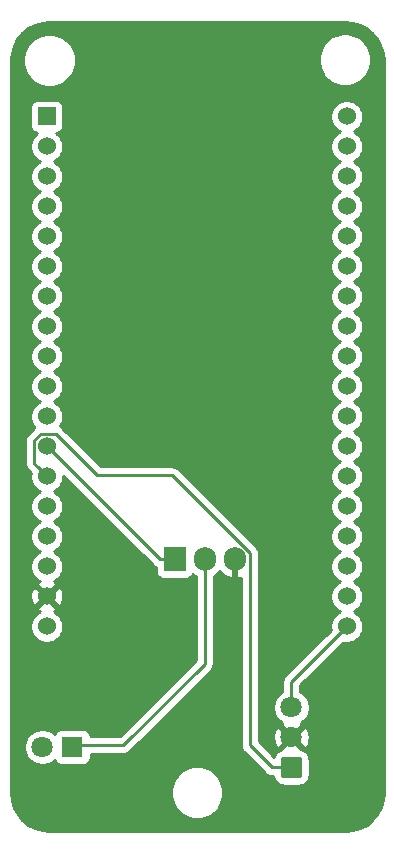
<source format=gbr>
G04 #@! TF.GenerationSoftware,KiCad,Pcbnew,5.1.3-ffb9f22~84~ubuntu18.04.1*
G04 #@! TF.CreationDate,2019-08-09T22:51:00+03:00*
G04 #@! TF.ProjectId,Edifier_Remote,45646966-6965-4725-9f52-656d6f74652e,rev?*
G04 #@! TF.SameCoordinates,Original*
G04 #@! TF.FileFunction,Copper,L1,Top*
G04 #@! TF.FilePolarity,Positive*
%FSLAX46Y46*%
G04 Gerber Fmt 4.6, Leading zero omitted, Abs format (unit mm)*
G04 Created by KiCad (PCBNEW 5.1.3-ffb9f22~84~ubuntu18.04.1) date 2019-08-09 22:51:00*
%MOMM*%
%LPD*%
G04 APERTURE LIST*
%ADD10C,1.800000*%
%ADD11C,0.100000*%
%ADD12R,1.524000X1.524000*%
%ADD13C,1.524000*%
%ADD14O,1.905000X2.000000*%
%ADD15R,1.905000X2.000000*%
%ADD16R,1.800000X1.800000*%
%ADD17C,0.250000*%
%ADD18C,0.254000*%
G04 APERTURE END LIST*
D10*
X125465840Y-125049280D03*
X125465840Y-127589280D03*
D11*
G36*
X126141787Y-129230476D02*
G01*
X126165900Y-129234053D01*
X126189547Y-129239976D01*
X126212499Y-129248188D01*
X126234535Y-129258611D01*
X126255444Y-129271143D01*
X126275023Y-129285664D01*
X126293085Y-129302035D01*
X126309456Y-129320097D01*
X126323977Y-129339676D01*
X126336509Y-129360585D01*
X126346932Y-129382621D01*
X126355144Y-129405573D01*
X126361067Y-129429220D01*
X126364644Y-129453333D01*
X126365840Y-129477680D01*
X126365840Y-130780880D01*
X126364644Y-130805227D01*
X126361067Y-130829340D01*
X126355144Y-130852987D01*
X126346932Y-130875939D01*
X126336509Y-130897975D01*
X126323977Y-130918884D01*
X126309456Y-130938463D01*
X126293085Y-130956525D01*
X126275023Y-130972896D01*
X126255444Y-130987417D01*
X126234535Y-130999949D01*
X126212499Y-131010372D01*
X126189547Y-131018584D01*
X126165900Y-131024507D01*
X126141787Y-131028084D01*
X126117440Y-131029280D01*
X124814240Y-131029280D01*
X124789893Y-131028084D01*
X124765780Y-131024507D01*
X124742133Y-131018584D01*
X124719181Y-131010372D01*
X124697145Y-130999949D01*
X124676236Y-130987417D01*
X124656657Y-130972896D01*
X124638595Y-130956525D01*
X124622224Y-130938463D01*
X124607703Y-130918884D01*
X124595171Y-130897975D01*
X124584748Y-130875939D01*
X124576536Y-130852987D01*
X124570613Y-130829340D01*
X124567036Y-130805227D01*
X124565840Y-130780880D01*
X124565840Y-129477680D01*
X124567036Y-129453333D01*
X124570613Y-129429220D01*
X124576536Y-129405573D01*
X124584748Y-129382621D01*
X124595171Y-129360585D01*
X124607703Y-129339676D01*
X124622224Y-129320097D01*
X124638595Y-129302035D01*
X124656657Y-129285664D01*
X124676236Y-129271143D01*
X124697145Y-129258611D01*
X124719181Y-129248188D01*
X124742133Y-129239976D01*
X124765780Y-129234053D01*
X124789893Y-129230476D01*
X124814240Y-129229280D01*
X126117440Y-129229280D01*
X126141787Y-129230476D01*
X126141787Y-129230476D01*
G37*
D10*
X125465840Y-130129280D03*
D12*
X104747000Y-75017000D03*
D13*
X104747000Y-77557000D03*
X104747000Y-80097000D03*
X104747000Y-82637000D03*
X104747000Y-85177000D03*
X104747000Y-87717000D03*
X104747000Y-90257000D03*
X104747000Y-92797000D03*
X104747000Y-95337000D03*
X104747000Y-97877000D03*
X104747000Y-100417000D03*
X104747000Y-102957000D03*
X104747000Y-105497000D03*
X104747000Y-108037000D03*
X104747000Y-110577000D03*
X104747000Y-113117000D03*
X104747000Y-115657000D03*
X104747000Y-118197000D03*
X130147000Y-75017000D03*
X130147000Y-77557000D03*
X130147000Y-80097000D03*
X130147000Y-82637000D03*
X130147000Y-85177000D03*
X130147000Y-87717000D03*
X130147000Y-90257000D03*
X130147000Y-92797000D03*
X130147000Y-95337000D03*
X130147000Y-97877000D03*
X130147000Y-100417000D03*
X130147000Y-102957000D03*
X130147000Y-105497000D03*
X130147000Y-108037000D03*
X130147000Y-110577000D03*
X130147000Y-113117000D03*
X130147000Y-115657000D03*
X130147000Y-118197000D03*
D14*
X120650000Y-112522000D03*
X118110000Y-112522000D03*
D15*
X115570000Y-112522000D03*
D10*
X104383840Y-128407160D03*
D16*
X106923840Y-128407160D03*
D17*
X118033800Y-112499900D02*
X118033800Y-112547400D01*
X118110000Y-112474500D02*
X118110000Y-112522000D01*
X106985959Y-128345040D02*
X106994643Y-128357398D01*
X107086400Y-128244600D02*
X106985959Y-128345040D01*
X111233600Y-128244600D02*
X107086400Y-128244600D01*
X118110000Y-121368200D02*
X111233600Y-128244600D01*
X118110000Y-112522000D02*
X118110000Y-121368200D01*
X130147000Y-118353900D02*
X130147000Y-118197000D01*
X125465840Y-122878160D02*
X125465840Y-125049280D01*
X130147000Y-118197000D02*
X125465840Y-122878160D01*
X120573800Y-112547400D02*
X120573800Y-112594900D01*
X103985001Y-104735001D02*
X104747000Y-105497000D01*
X103659999Y-104409999D02*
X103985001Y-104735001D01*
X103659999Y-102435239D02*
X103659999Y-104409999D01*
X105502199Y-101869999D02*
X104225239Y-101869999D01*
X121927510Y-128252110D02*
X121927510Y-111945339D01*
X104225239Y-101869999D02*
X103659999Y-102435239D01*
X123804680Y-130129280D02*
X121927510Y-128252110D01*
X121927510Y-111945339D02*
X115392171Y-105410000D01*
X115392171Y-105410000D02*
X109042200Y-105410000D01*
X125465840Y-130129280D02*
X123804680Y-130129280D01*
X109042200Y-105410000D02*
X105502199Y-101869999D01*
X114312000Y-112522000D02*
X104747000Y-102957000D01*
X115570000Y-112522000D02*
X114312000Y-112522000D01*
D18*
G36*
X130630688Y-67069238D02*
G01*
X131240054Y-67253217D01*
X131802075Y-67552049D01*
X132295347Y-67954353D01*
X132701084Y-68444805D01*
X133003834Y-69004728D01*
X133192060Y-69612788D01*
X133262201Y-70280132D01*
X133262200Y-132232645D01*
X133196561Y-132902088D01*
X133012582Y-133511453D01*
X132713751Y-134073474D01*
X132311447Y-134566747D01*
X131820992Y-134972486D01*
X131261076Y-135275233D01*
X130653011Y-135463460D01*
X129985678Y-135533600D01*
X105013155Y-135533600D01*
X104343712Y-135467961D01*
X103734347Y-135283982D01*
X103172326Y-134985151D01*
X102679053Y-134582847D01*
X102273314Y-134092392D01*
X101970567Y-133532476D01*
X101782340Y-132924411D01*
X101712200Y-132257078D01*
X101712200Y-132063072D01*
X115240000Y-132063072D01*
X115240000Y-132503328D01*
X115325890Y-132935125D01*
X115494369Y-133341869D01*
X115738962Y-133707929D01*
X116050271Y-134019238D01*
X116416331Y-134263831D01*
X116823075Y-134432310D01*
X117254872Y-134518200D01*
X117695128Y-134518200D01*
X118126925Y-134432310D01*
X118533669Y-134263831D01*
X118899729Y-134019238D01*
X119211038Y-133707929D01*
X119455631Y-133341869D01*
X119624110Y-132935125D01*
X119710000Y-132503328D01*
X119710000Y-132063072D01*
X119624110Y-131631275D01*
X119455631Y-131224531D01*
X119211038Y-130858471D01*
X118899729Y-130547162D01*
X118533669Y-130302569D01*
X118126925Y-130134090D01*
X117695128Y-130048200D01*
X117254872Y-130048200D01*
X116823075Y-130134090D01*
X116416331Y-130302569D01*
X116050271Y-130547162D01*
X115738962Y-130858471D01*
X115494369Y-131224531D01*
X115325890Y-131631275D01*
X115240000Y-132063072D01*
X101712200Y-132063072D01*
X101712200Y-128255976D01*
X102848840Y-128255976D01*
X102848840Y-128558344D01*
X102907829Y-128854903D01*
X103023541Y-129134255D01*
X103191528Y-129385665D01*
X103405335Y-129599472D01*
X103656745Y-129767459D01*
X103936097Y-129883171D01*
X104232656Y-129942160D01*
X104535024Y-129942160D01*
X104831583Y-129883171D01*
X105110935Y-129767459D01*
X105362345Y-129599472D01*
X105428784Y-129533033D01*
X105434338Y-129551340D01*
X105493303Y-129661654D01*
X105572655Y-129758345D01*
X105669346Y-129837697D01*
X105779660Y-129896662D01*
X105899358Y-129932972D01*
X106023840Y-129945232D01*
X107823840Y-129945232D01*
X107948322Y-129932972D01*
X108068020Y-129896662D01*
X108178334Y-129837697D01*
X108275025Y-129758345D01*
X108354377Y-129661654D01*
X108413342Y-129551340D01*
X108449652Y-129431642D01*
X108461912Y-129307160D01*
X108461912Y-129004600D01*
X111196278Y-129004600D01*
X111233600Y-129008276D01*
X111270922Y-129004600D01*
X111270933Y-129004600D01*
X111382586Y-128993603D01*
X111525847Y-128950146D01*
X111657876Y-128879574D01*
X111773601Y-128784601D01*
X111797404Y-128755597D01*
X118621003Y-121931999D01*
X118650001Y-121908201D01*
X118676332Y-121876117D01*
X118744974Y-121792477D01*
X118815546Y-121660447D01*
X118859003Y-121517186D01*
X118870000Y-121405533D01*
X118870000Y-121405524D01*
X118873676Y-121368201D01*
X118870000Y-121330878D01*
X118870000Y-113963319D01*
X118996235Y-113895845D01*
X119237963Y-113697463D01*
X119385162Y-113518100D01*
X119540563Y-113703315D01*
X119783077Y-113897969D01*
X120058906Y-114041571D01*
X120277020Y-114112563D01*
X120523000Y-113992594D01*
X120523000Y-112649000D01*
X120503000Y-112649000D01*
X120503000Y-112395000D01*
X120523000Y-112395000D01*
X120523000Y-112375000D01*
X120777000Y-112375000D01*
X120777000Y-112395000D01*
X120797000Y-112395000D01*
X120797000Y-112649000D01*
X120777000Y-112649000D01*
X120777000Y-113992594D01*
X121022980Y-114112563D01*
X121167511Y-114065521D01*
X121167510Y-128214788D01*
X121163834Y-128252110D01*
X121167510Y-128289432D01*
X121167510Y-128289442D01*
X121178507Y-128401095D01*
X121219686Y-128536846D01*
X121221964Y-128544356D01*
X121292536Y-128676386D01*
X121332381Y-128724936D01*
X121387509Y-128792111D01*
X121416513Y-128815914D01*
X123240881Y-130640283D01*
X123264679Y-130669281D01*
X123380404Y-130764254D01*
X123512433Y-130834826D01*
X123655694Y-130878283D01*
X123767347Y-130889280D01*
X123767356Y-130889280D01*
X123804679Y-130892956D01*
X123842002Y-130889280D01*
X123938444Y-130889280D01*
X123944801Y-130953822D01*
X123995247Y-131120118D01*
X124077165Y-131273377D01*
X124187410Y-131407710D01*
X124321743Y-131517955D01*
X124475002Y-131599873D01*
X124641298Y-131650319D01*
X124814240Y-131667352D01*
X126117440Y-131667352D01*
X126290382Y-131650319D01*
X126456678Y-131599873D01*
X126609937Y-131517955D01*
X126744270Y-131407710D01*
X126854515Y-131273377D01*
X126936433Y-131120118D01*
X126986879Y-130953822D01*
X127003912Y-130780880D01*
X127003912Y-129477680D01*
X126986879Y-129304738D01*
X126936433Y-129138442D01*
X126854515Y-128985183D01*
X126744270Y-128850850D01*
X126609937Y-128740605D01*
X126456678Y-128658687D01*
X126311647Y-128614692D01*
X125465840Y-127768885D01*
X124620033Y-128614692D01*
X124475002Y-128658687D01*
X124321743Y-128740605D01*
X124187410Y-128850850D01*
X124077165Y-128985183D01*
X123995247Y-129138442D01*
X123970435Y-129220234D01*
X122687510Y-127937309D01*
X122687510Y-127655833D01*
X123924849Y-127655833D01*
X123967443Y-127955187D01*
X124067618Y-128240479D01*
X124147579Y-128390072D01*
X124401760Y-128473755D01*
X125286235Y-127589280D01*
X125645445Y-127589280D01*
X126529920Y-128473755D01*
X126784101Y-128390072D01*
X126914998Y-128117505D01*
X126990205Y-127824638D01*
X127006831Y-127522727D01*
X126964237Y-127223373D01*
X126864062Y-126938081D01*
X126784101Y-126788488D01*
X126529920Y-126704805D01*
X125645445Y-127589280D01*
X125286235Y-127589280D01*
X124401760Y-126704805D01*
X124147579Y-126788488D01*
X124016682Y-127061055D01*
X123941475Y-127353922D01*
X123924849Y-127655833D01*
X122687510Y-127655833D01*
X122687510Y-124898096D01*
X123930840Y-124898096D01*
X123930840Y-125200464D01*
X123989829Y-125497023D01*
X124105541Y-125776375D01*
X124273528Y-126027785D01*
X124487335Y-126241592D01*
X124640945Y-126344231D01*
X124581365Y-126525200D01*
X125465840Y-127409675D01*
X126350315Y-126525200D01*
X126290735Y-126344231D01*
X126444345Y-126241592D01*
X126658152Y-126027785D01*
X126826139Y-125776375D01*
X126941851Y-125497023D01*
X127000840Y-125200464D01*
X127000840Y-124898096D01*
X126941851Y-124601537D01*
X126826139Y-124322185D01*
X126658152Y-124070775D01*
X126444345Y-123856968D01*
X126225840Y-123710967D01*
X126225840Y-123192961D01*
X129855430Y-119563372D01*
X130009408Y-119594000D01*
X130284592Y-119594000D01*
X130554490Y-119540314D01*
X130808727Y-119435005D01*
X131037535Y-119282120D01*
X131232120Y-119087535D01*
X131385005Y-118858727D01*
X131490314Y-118604490D01*
X131544000Y-118334592D01*
X131544000Y-118059408D01*
X131490314Y-117789510D01*
X131385005Y-117535273D01*
X131232120Y-117306465D01*
X131037535Y-117111880D01*
X130808727Y-116958995D01*
X130731485Y-116927000D01*
X130808727Y-116895005D01*
X131037535Y-116742120D01*
X131232120Y-116547535D01*
X131385005Y-116318727D01*
X131490314Y-116064490D01*
X131544000Y-115794592D01*
X131544000Y-115519408D01*
X131490314Y-115249510D01*
X131385005Y-114995273D01*
X131232120Y-114766465D01*
X131037535Y-114571880D01*
X130808727Y-114418995D01*
X130731485Y-114387000D01*
X130808727Y-114355005D01*
X131037535Y-114202120D01*
X131232120Y-114007535D01*
X131385005Y-113778727D01*
X131490314Y-113524490D01*
X131544000Y-113254592D01*
X131544000Y-112979408D01*
X131490314Y-112709510D01*
X131385005Y-112455273D01*
X131232120Y-112226465D01*
X131037535Y-112031880D01*
X130808727Y-111878995D01*
X130731485Y-111847000D01*
X130808727Y-111815005D01*
X131037535Y-111662120D01*
X131232120Y-111467535D01*
X131385005Y-111238727D01*
X131490314Y-110984490D01*
X131544000Y-110714592D01*
X131544000Y-110439408D01*
X131490314Y-110169510D01*
X131385005Y-109915273D01*
X131232120Y-109686465D01*
X131037535Y-109491880D01*
X130808727Y-109338995D01*
X130731485Y-109307000D01*
X130808727Y-109275005D01*
X131037535Y-109122120D01*
X131232120Y-108927535D01*
X131385005Y-108698727D01*
X131490314Y-108444490D01*
X131544000Y-108174592D01*
X131544000Y-107899408D01*
X131490314Y-107629510D01*
X131385005Y-107375273D01*
X131232120Y-107146465D01*
X131037535Y-106951880D01*
X130808727Y-106798995D01*
X130731485Y-106767000D01*
X130808727Y-106735005D01*
X131037535Y-106582120D01*
X131232120Y-106387535D01*
X131385005Y-106158727D01*
X131490314Y-105904490D01*
X131544000Y-105634592D01*
X131544000Y-105359408D01*
X131490314Y-105089510D01*
X131385005Y-104835273D01*
X131232120Y-104606465D01*
X131037535Y-104411880D01*
X130808727Y-104258995D01*
X130731485Y-104227000D01*
X130808727Y-104195005D01*
X131037535Y-104042120D01*
X131232120Y-103847535D01*
X131385005Y-103618727D01*
X131490314Y-103364490D01*
X131544000Y-103094592D01*
X131544000Y-102819408D01*
X131490314Y-102549510D01*
X131385005Y-102295273D01*
X131232120Y-102066465D01*
X131037535Y-101871880D01*
X130808727Y-101718995D01*
X130731485Y-101687000D01*
X130808727Y-101655005D01*
X131037535Y-101502120D01*
X131232120Y-101307535D01*
X131385005Y-101078727D01*
X131490314Y-100824490D01*
X131544000Y-100554592D01*
X131544000Y-100279408D01*
X131490314Y-100009510D01*
X131385005Y-99755273D01*
X131232120Y-99526465D01*
X131037535Y-99331880D01*
X130808727Y-99178995D01*
X130731485Y-99147000D01*
X130808727Y-99115005D01*
X131037535Y-98962120D01*
X131232120Y-98767535D01*
X131385005Y-98538727D01*
X131490314Y-98284490D01*
X131544000Y-98014592D01*
X131544000Y-97739408D01*
X131490314Y-97469510D01*
X131385005Y-97215273D01*
X131232120Y-96986465D01*
X131037535Y-96791880D01*
X130808727Y-96638995D01*
X130731485Y-96607000D01*
X130808727Y-96575005D01*
X131037535Y-96422120D01*
X131232120Y-96227535D01*
X131385005Y-95998727D01*
X131490314Y-95744490D01*
X131544000Y-95474592D01*
X131544000Y-95199408D01*
X131490314Y-94929510D01*
X131385005Y-94675273D01*
X131232120Y-94446465D01*
X131037535Y-94251880D01*
X130808727Y-94098995D01*
X130731485Y-94067000D01*
X130808727Y-94035005D01*
X131037535Y-93882120D01*
X131232120Y-93687535D01*
X131385005Y-93458727D01*
X131490314Y-93204490D01*
X131544000Y-92934592D01*
X131544000Y-92659408D01*
X131490314Y-92389510D01*
X131385005Y-92135273D01*
X131232120Y-91906465D01*
X131037535Y-91711880D01*
X130808727Y-91558995D01*
X130731485Y-91527000D01*
X130808727Y-91495005D01*
X131037535Y-91342120D01*
X131232120Y-91147535D01*
X131385005Y-90918727D01*
X131490314Y-90664490D01*
X131544000Y-90394592D01*
X131544000Y-90119408D01*
X131490314Y-89849510D01*
X131385005Y-89595273D01*
X131232120Y-89366465D01*
X131037535Y-89171880D01*
X130808727Y-89018995D01*
X130731485Y-88987000D01*
X130808727Y-88955005D01*
X131037535Y-88802120D01*
X131232120Y-88607535D01*
X131385005Y-88378727D01*
X131490314Y-88124490D01*
X131544000Y-87854592D01*
X131544000Y-87579408D01*
X131490314Y-87309510D01*
X131385005Y-87055273D01*
X131232120Y-86826465D01*
X131037535Y-86631880D01*
X130808727Y-86478995D01*
X130731485Y-86447000D01*
X130808727Y-86415005D01*
X131037535Y-86262120D01*
X131232120Y-86067535D01*
X131385005Y-85838727D01*
X131490314Y-85584490D01*
X131544000Y-85314592D01*
X131544000Y-85039408D01*
X131490314Y-84769510D01*
X131385005Y-84515273D01*
X131232120Y-84286465D01*
X131037535Y-84091880D01*
X130808727Y-83938995D01*
X130731485Y-83907000D01*
X130808727Y-83875005D01*
X131037535Y-83722120D01*
X131232120Y-83527535D01*
X131385005Y-83298727D01*
X131490314Y-83044490D01*
X131544000Y-82774592D01*
X131544000Y-82499408D01*
X131490314Y-82229510D01*
X131385005Y-81975273D01*
X131232120Y-81746465D01*
X131037535Y-81551880D01*
X130808727Y-81398995D01*
X130731485Y-81367000D01*
X130808727Y-81335005D01*
X131037535Y-81182120D01*
X131232120Y-80987535D01*
X131385005Y-80758727D01*
X131490314Y-80504490D01*
X131544000Y-80234592D01*
X131544000Y-79959408D01*
X131490314Y-79689510D01*
X131385005Y-79435273D01*
X131232120Y-79206465D01*
X131037535Y-79011880D01*
X130808727Y-78858995D01*
X130731485Y-78827000D01*
X130808727Y-78795005D01*
X131037535Y-78642120D01*
X131232120Y-78447535D01*
X131385005Y-78218727D01*
X131490314Y-77964490D01*
X131544000Y-77694592D01*
X131544000Y-77419408D01*
X131490314Y-77149510D01*
X131385005Y-76895273D01*
X131232120Y-76666465D01*
X131037535Y-76471880D01*
X130808727Y-76318995D01*
X130731485Y-76287000D01*
X130808727Y-76255005D01*
X131037535Y-76102120D01*
X131232120Y-75907535D01*
X131385005Y-75678727D01*
X131490314Y-75424490D01*
X131544000Y-75154592D01*
X131544000Y-74879408D01*
X131490314Y-74609510D01*
X131385005Y-74355273D01*
X131232120Y-74126465D01*
X131037535Y-73931880D01*
X130808727Y-73778995D01*
X130554490Y-73673686D01*
X130284592Y-73620000D01*
X130009408Y-73620000D01*
X129739510Y-73673686D01*
X129485273Y-73778995D01*
X129256465Y-73931880D01*
X129061880Y-74126465D01*
X128908995Y-74355273D01*
X128803686Y-74609510D01*
X128750000Y-74879408D01*
X128750000Y-75154592D01*
X128803686Y-75424490D01*
X128908995Y-75678727D01*
X129061880Y-75907535D01*
X129256465Y-76102120D01*
X129485273Y-76255005D01*
X129562515Y-76287000D01*
X129485273Y-76318995D01*
X129256465Y-76471880D01*
X129061880Y-76666465D01*
X128908995Y-76895273D01*
X128803686Y-77149510D01*
X128750000Y-77419408D01*
X128750000Y-77694592D01*
X128803686Y-77964490D01*
X128908995Y-78218727D01*
X129061880Y-78447535D01*
X129256465Y-78642120D01*
X129485273Y-78795005D01*
X129562515Y-78827000D01*
X129485273Y-78858995D01*
X129256465Y-79011880D01*
X129061880Y-79206465D01*
X128908995Y-79435273D01*
X128803686Y-79689510D01*
X128750000Y-79959408D01*
X128750000Y-80234592D01*
X128803686Y-80504490D01*
X128908995Y-80758727D01*
X129061880Y-80987535D01*
X129256465Y-81182120D01*
X129485273Y-81335005D01*
X129562515Y-81367000D01*
X129485273Y-81398995D01*
X129256465Y-81551880D01*
X129061880Y-81746465D01*
X128908995Y-81975273D01*
X128803686Y-82229510D01*
X128750000Y-82499408D01*
X128750000Y-82774592D01*
X128803686Y-83044490D01*
X128908995Y-83298727D01*
X129061880Y-83527535D01*
X129256465Y-83722120D01*
X129485273Y-83875005D01*
X129562515Y-83907000D01*
X129485273Y-83938995D01*
X129256465Y-84091880D01*
X129061880Y-84286465D01*
X128908995Y-84515273D01*
X128803686Y-84769510D01*
X128750000Y-85039408D01*
X128750000Y-85314592D01*
X128803686Y-85584490D01*
X128908995Y-85838727D01*
X129061880Y-86067535D01*
X129256465Y-86262120D01*
X129485273Y-86415005D01*
X129562515Y-86447000D01*
X129485273Y-86478995D01*
X129256465Y-86631880D01*
X129061880Y-86826465D01*
X128908995Y-87055273D01*
X128803686Y-87309510D01*
X128750000Y-87579408D01*
X128750000Y-87854592D01*
X128803686Y-88124490D01*
X128908995Y-88378727D01*
X129061880Y-88607535D01*
X129256465Y-88802120D01*
X129485273Y-88955005D01*
X129562515Y-88987000D01*
X129485273Y-89018995D01*
X129256465Y-89171880D01*
X129061880Y-89366465D01*
X128908995Y-89595273D01*
X128803686Y-89849510D01*
X128750000Y-90119408D01*
X128750000Y-90394592D01*
X128803686Y-90664490D01*
X128908995Y-90918727D01*
X129061880Y-91147535D01*
X129256465Y-91342120D01*
X129485273Y-91495005D01*
X129562515Y-91527000D01*
X129485273Y-91558995D01*
X129256465Y-91711880D01*
X129061880Y-91906465D01*
X128908995Y-92135273D01*
X128803686Y-92389510D01*
X128750000Y-92659408D01*
X128750000Y-92934592D01*
X128803686Y-93204490D01*
X128908995Y-93458727D01*
X129061880Y-93687535D01*
X129256465Y-93882120D01*
X129485273Y-94035005D01*
X129562515Y-94067000D01*
X129485273Y-94098995D01*
X129256465Y-94251880D01*
X129061880Y-94446465D01*
X128908995Y-94675273D01*
X128803686Y-94929510D01*
X128750000Y-95199408D01*
X128750000Y-95474592D01*
X128803686Y-95744490D01*
X128908995Y-95998727D01*
X129061880Y-96227535D01*
X129256465Y-96422120D01*
X129485273Y-96575005D01*
X129562515Y-96607000D01*
X129485273Y-96638995D01*
X129256465Y-96791880D01*
X129061880Y-96986465D01*
X128908995Y-97215273D01*
X128803686Y-97469510D01*
X128750000Y-97739408D01*
X128750000Y-98014592D01*
X128803686Y-98284490D01*
X128908995Y-98538727D01*
X129061880Y-98767535D01*
X129256465Y-98962120D01*
X129485273Y-99115005D01*
X129562515Y-99147000D01*
X129485273Y-99178995D01*
X129256465Y-99331880D01*
X129061880Y-99526465D01*
X128908995Y-99755273D01*
X128803686Y-100009510D01*
X128750000Y-100279408D01*
X128750000Y-100554592D01*
X128803686Y-100824490D01*
X128908995Y-101078727D01*
X129061880Y-101307535D01*
X129256465Y-101502120D01*
X129485273Y-101655005D01*
X129562515Y-101687000D01*
X129485273Y-101718995D01*
X129256465Y-101871880D01*
X129061880Y-102066465D01*
X128908995Y-102295273D01*
X128803686Y-102549510D01*
X128750000Y-102819408D01*
X128750000Y-103094592D01*
X128803686Y-103364490D01*
X128908995Y-103618727D01*
X129061880Y-103847535D01*
X129256465Y-104042120D01*
X129485273Y-104195005D01*
X129562515Y-104227000D01*
X129485273Y-104258995D01*
X129256465Y-104411880D01*
X129061880Y-104606465D01*
X128908995Y-104835273D01*
X128803686Y-105089510D01*
X128750000Y-105359408D01*
X128750000Y-105634592D01*
X128803686Y-105904490D01*
X128908995Y-106158727D01*
X129061880Y-106387535D01*
X129256465Y-106582120D01*
X129485273Y-106735005D01*
X129562515Y-106767000D01*
X129485273Y-106798995D01*
X129256465Y-106951880D01*
X129061880Y-107146465D01*
X128908995Y-107375273D01*
X128803686Y-107629510D01*
X128750000Y-107899408D01*
X128750000Y-108174592D01*
X128803686Y-108444490D01*
X128908995Y-108698727D01*
X129061880Y-108927535D01*
X129256465Y-109122120D01*
X129485273Y-109275005D01*
X129562515Y-109307000D01*
X129485273Y-109338995D01*
X129256465Y-109491880D01*
X129061880Y-109686465D01*
X128908995Y-109915273D01*
X128803686Y-110169510D01*
X128750000Y-110439408D01*
X128750000Y-110714592D01*
X128803686Y-110984490D01*
X128908995Y-111238727D01*
X129061880Y-111467535D01*
X129256465Y-111662120D01*
X129485273Y-111815005D01*
X129562515Y-111847000D01*
X129485273Y-111878995D01*
X129256465Y-112031880D01*
X129061880Y-112226465D01*
X128908995Y-112455273D01*
X128803686Y-112709510D01*
X128750000Y-112979408D01*
X128750000Y-113254592D01*
X128803686Y-113524490D01*
X128908995Y-113778727D01*
X129061880Y-114007535D01*
X129256465Y-114202120D01*
X129485273Y-114355005D01*
X129562515Y-114387000D01*
X129485273Y-114418995D01*
X129256465Y-114571880D01*
X129061880Y-114766465D01*
X128908995Y-114995273D01*
X128803686Y-115249510D01*
X128750000Y-115519408D01*
X128750000Y-115794592D01*
X128803686Y-116064490D01*
X128908995Y-116318727D01*
X129061880Y-116547535D01*
X129256465Y-116742120D01*
X129485273Y-116895005D01*
X129562515Y-116927000D01*
X129485273Y-116958995D01*
X129256465Y-117111880D01*
X129061880Y-117306465D01*
X128908995Y-117535273D01*
X128803686Y-117789510D01*
X128750000Y-118059408D01*
X128750000Y-118334592D01*
X128780628Y-118488570D01*
X124954843Y-122314356D01*
X124925839Y-122338159D01*
X124870711Y-122405334D01*
X124830866Y-122453884D01*
X124760295Y-122585913D01*
X124760294Y-122585914D01*
X124716837Y-122729175D01*
X124705840Y-122840828D01*
X124705840Y-122840838D01*
X124702164Y-122878160D01*
X124705840Y-122915483D01*
X124705840Y-123710967D01*
X124487335Y-123856968D01*
X124273528Y-124070775D01*
X124105541Y-124322185D01*
X123989829Y-124601537D01*
X123930840Y-124898096D01*
X122687510Y-124898096D01*
X122687510Y-111982661D01*
X122691186Y-111945338D01*
X122687510Y-111908015D01*
X122687510Y-111908006D01*
X122676513Y-111796353D01*
X122633056Y-111653092D01*
X122562484Y-111521062D01*
X122491309Y-111434336D01*
X122467511Y-111405338D01*
X122438513Y-111381540D01*
X115955975Y-104899003D01*
X115932172Y-104869999D01*
X115816447Y-104775026D01*
X115684418Y-104704454D01*
X115541157Y-104660997D01*
X115429504Y-104650000D01*
X115429493Y-104650000D01*
X115392171Y-104646324D01*
X115354849Y-104650000D01*
X109357003Y-104650000D01*
X106066003Y-101359002D01*
X106042200Y-101329998D01*
X105926475Y-101235025D01*
X105892650Y-101216945D01*
X105985005Y-101078727D01*
X106090314Y-100824490D01*
X106144000Y-100554592D01*
X106144000Y-100279408D01*
X106090314Y-100009510D01*
X105985005Y-99755273D01*
X105832120Y-99526465D01*
X105637535Y-99331880D01*
X105408727Y-99178995D01*
X105331485Y-99147000D01*
X105408727Y-99115005D01*
X105637535Y-98962120D01*
X105832120Y-98767535D01*
X105985005Y-98538727D01*
X106090314Y-98284490D01*
X106144000Y-98014592D01*
X106144000Y-97739408D01*
X106090314Y-97469510D01*
X105985005Y-97215273D01*
X105832120Y-96986465D01*
X105637535Y-96791880D01*
X105408727Y-96638995D01*
X105331485Y-96607000D01*
X105408727Y-96575005D01*
X105637535Y-96422120D01*
X105832120Y-96227535D01*
X105985005Y-95998727D01*
X106090314Y-95744490D01*
X106144000Y-95474592D01*
X106144000Y-95199408D01*
X106090314Y-94929510D01*
X105985005Y-94675273D01*
X105832120Y-94446465D01*
X105637535Y-94251880D01*
X105408727Y-94098995D01*
X105331485Y-94067000D01*
X105408727Y-94035005D01*
X105637535Y-93882120D01*
X105832120Y-93687535D01*
X105985005Y-93458727D01*
X106090314Y-93204490D01*
X106144000Y-92934592D01*
X106144000Y-92659408D01*
X106090314Y-92389510D01*
X105985005Y-92135273D01*
X105832120Y-91906465D01*
X105637535Y-91711880D01*
X105408727Y-91558995D01*
X105331485Y-91527000D01*
X105408727Y-91495005D01*
X105637535Y-91342120D01*
X105832120Y-91147535D01*
X105985005Y-90918727D01*
X106090314Y-90664490D01*
X106144000Y-90394592D01*
X106144000Y-90119408D01*
X106090314Y-89849510D01*
X105985005Y-89595273D01*
X105832120Y-89366465D01*
X105637535Y-89171880D01*
X105408727Y-89018995D01*
X105331485Y-88987000D01*
X105408727Y-88955005D01*
X105637535Y-88802120D01*
X105832120Y-88607535D01*
X105985005Y-88378727D01*
X106090314Y-88124490D01*
X106144000Y-87854592D01*
X106144000Y-87579408D01*
X106090314Y-87309510D01*
X105985005Y-87055273D01*
X105832120Y-86826465D01*
X105637535Y-86631880D01*
X105408727Y-86478995D01*
X105331485Y-86447000D01*
X105408727Y-86415005D01*
X105637535Y-86262120D01*
X105832120Y-86067535D01*
X105985005Y-85838727D01*
X106090314Y-85584490D01*
X106144000Y-85314592D01*
X106144000Y-85039408D01*
X106090314Y-84769510D01*
X105985005Y-84515273D01*
X105832120Y-84286465D01*
X105637535Y-84091880D01*
X105408727Y-83938995D01*
X105331485Y-83907000D01*
X105408727Y-83875005D01*
X105637535Y-83722120D01*
X105832120Y-83527535D01*
X105985005Y-83298727D01*
X106090314Y-83044490D01*
X106144000Y-82774592D01*
X106144000Y-82499408D01*
X106090314Y-82229510D01*
X105985005Y-81975273D01*
X105832120Y-81746465D01*
X105637535Y-81551880D01*
X105408727Y-81398995D01*
X105331485Y-81367000D01*
X105408727Y-81335005D01*
X105637535Y-81182120D01*
X105832120Y-80987535D01*
X105985005Y-80758727D01*
X106090314Y-80504490D01*
X106144000Y-80234592D01*
X106144000Y-79959408D01*
X106090314Y-79689510D01*
X105985005Y-79435273D01*
X105832120Y-79206465D01*
X105637535Y-79011880D01*
X105408727Y-78858995D01*
X105331485Y-78827000D01*
X105408727Y-78795005D01*
X105637535Y-78642120D01*
X105832120Y-78447535D01*
X105985005Y-78218727D01*
X106090314Y-77964490D01*
X106144000Y-77694592D01*
X106144000Y-77419408D01*
X106090314Y-77149510D01*
X105985005Y-76895273D01*
X105832120Y-76666465D01*
X105637535Y-76471880D01*
X105549535Y-76413080D01*
X105633482Y-76404812D01*
X105753180Y-76368502D01*
X105863494Y-76309537D01*
X105960185Y-76230185D01*
X106039537Y-76133494D01*
X106098502Y-76023180D01*
X106134812Y-75903482D01*
X106147072Y-75779000D01*
X106147072Y-74255000D01*
X106134812Y-74130518D01*
X106098502Y-74010820D01*
X106039537Y-73900506D01*
X105960185Y-73803815D01*
X105863494Y-73724463D01*
X105753180Y-73665498D01*
X105633482Y-73629188D01*
X105509000Y-73616928D01*
X103985000Y-73616928D01*
X103860518Y-73629188D01*
X103740820Y-73665498D01*
X103630506Y-73724463D01*
X103533815Y-73803815D01*
X103454463Y-73900506D01*
X103395498Y-74010820D01*
X103359188Y-74130518D01*
X103346928Y-74255000D01*
X103346928Y-75779000D01*
X103359188Y-75903482D01*
X103395498Y-76023180D01*
X103454463Y-76133494D01*
X103533815Y-76230185D01*
X103630506Y-76309537D01*
X103740820Y-76368502D01*
X103860518Y-76404812D01*
X103944465Y-76413080D01*
X103856465Y-76471880D01*
X103661880Y-76666465D01*
X103508995Y-76895273D01*
X103403686Y-77149510D01*
X103350000Y-77419408D01*
X103350000Y-77694592D01*
X103403686Y-77964490D01*
X103508995Y-78218727D01*
X103661880Y-78447535D01*
X103856465Y-78642120D01*
X104085273Y-78795005D01*
X104162515Y-78827000D01*
X104085273Y-78858995D01*
X103856465Y-79011880D01*
X103661880Y-79206465D01*
X103508995Y-79435273D01*
X103403686Y-79689510D01*
X103350000Y-79959408D01*
X103350000Y-80234592D01*
X103403686Y-80504490D01*
X103508995Y-80758727D01*
X103661880Y-80987535D01*
X103856465Y-81182120D01*
X104085273Y-81335005D01*
X104162515Y-81367000D01*
X104085273Y-81398995D01*
X103856465Y-81551880D01*
X103661880Y-81746465D01*
X103508995Y-81975273D01*
X103403686Y-82229510D01*
X103350000Y-82499408D01*
X103350000Y-82774592D01*
X103403686Y-83044490D01*
X103508995Y-83298727D01*
X103661880Y-83527535D01*
X103856465Y-83722120D01*
X104085273Y-83875005D01*
X104162515Y-83907000D01*
X104085273Y-83938995D01*
X103856465Y-84091880D01*
X103661880Y-84286465D01*
X103508995Y-84515273D01*
X103403686Y-84769510D01*
X103350000Y-85039408D01*
X103350000Y-85314592D01*
X103403686Y-85584490D01*
X103508995Y-85838727D01*
X103661880Y-86067535D01*
X103856465Y-86262120D01*
X104085273Y-86415005D01*
X104162515Y-86447000D01*
X104085273Y-86478995D01*
X103856465Y-86631880D01*
X103661880Y-86826465D01*
X103508995Y-87055273D01*
X103403686Y-87309510D01*
X103350000Y-87579408D01*
X103350000Y-87854592D01*
X103403686Y-88124490D01*
X103508995Y-88378727D01*
X103661880Y-88607535D01*
X103856465Y-88802120D01*
X104085273Y-88955005D01*
X104162515Y-88987000D01*
X104085273Y-89018995D01*
X103856465Y-89171880D01*
X103661880Y-89366465D01*
X103508995Y-89595273D01*
X103403686Y-89849510D01*
X103350000Y-90119408D01*
X103350000Y-90394592D01*
X103403686Y-90664490D01*
X103508995Y-90918727D01*
X103661880Y-91147535D01*
X103856465Y-91342120D01*
X104085273Y-91495005D01*
X104162515Y-91527000D01*
X104085273Y-91558995D01*
X103856465Y-91711880D01*
X103661880Y-91906465D01*
X103508995Y-92135273D01*
X103403686Y-92389510D01*
X103350000Y-92659408D01*
X103350000Y-92934592D01*
X103403686Y-93204490D01*
X103508995Y-93458727D01*
X103661880Y-93687535D01*
X103856465Y-93882120D01*
X104085273Y-94035005D01*
X104162515Y-94067000D01*
X104085273Y-94098995D01*
X103856465Y-94251880D01*
X103661880Y-94446465D01*
X103508995Y-94675273D01*
X103403686Y-94929510D01*
X103350000Y-95199408D01*
X103350000Y-95474592D01*
X103403686Y-95744490D01*
X103508995Y-95998727D01*
X103661880Y-96227535D01*
X103856465Y-96422120D01*
X104085273Y-96575005D01*
X104162515Y-96607000D01*
X104085273Y-96638995D01*
X103856465Y-96791880D01*
X103661880Y-96986465D01*
X103508995Y-97215273D01*
X103403686Y-97469510D01*
X103350000Y-97739408D01*
X103350000Y-98014592D01*
X103403686Y-98284490D01*
X103508995Y-98538727D01*
X103661880Y-98767535D01*
X103856465Y-98962120D01*
X104085273Y-99115005D01*
X104162515Y-99147000D01*
X104085273Y-99178995D01*
X103856465Y-99331880D01*
X103661880Y-99526465D01*
X103508995Y-99755273D01*
X103403686Y-100009510D01*
X103350000Y-100279408D01*
X103350000Y-100554592D01*
X103403686Y-100824490D01*
X103508995Y-101078727D01*
X103661880Y-101307535D01*
X103684835Y-101330490D01*
X103661439Y-101358997D01*
X103149001Y-101871436D01*
X103119998Y-101895238D01*
X103064870Y-101962413D01*
X103025025Y-102010963D01*
X102954454Y-102142992D01*
X102954453Y-102142993D01*
X102910996Y-102286254D01*
X102899999Y-102397907D01*
X102899999Y-102397917D01*
X102896323Y-102435239D01*
X102899999Y-102472562D01*
X102900000Y-104372667D01*
X102896323Y-104409999D01*
X102910997Y-104558984D01*
X102954453Y-104702245D01*
X103025025Y-104834275D01*
X103078141Y-104898996D01*
X103119999Y-104950000D01*
X103148997Y-104973798D01*
X103380628Y-105205429D01*
X103350000Y-105359408D01*
X103350000Y-105634592D01*
X103403686Y-105904490D01*
X103508995Y-106158727D01*
X103661880Y-106387535D01*
X103856465Y-106582120D01*
X104085273Y-106735005D01*
X104162515Y-106767000D01*
X104085273Y-106798995D01*
X103856465Y-106951880D01*
X103661880Y-107146465D01*
X103508995Y-107375273D01*
X103403686Y-107629510D01*
X103350000Y-107899408D01*
X103350000Y-108174592D01*
X103403686Y-108444490D01*
X103508995Y-108698727D01*
X103661880Y-108927535D01*
X103856465Y-109122120D01*
X104085273Y-109275005D01*
X104162515Y-109307000D01*
X104085273Y-109338995D01*
X103856465Y-109491880D01*
X103661880Y-109686465D01*
X103508995Y-109915273D01*
X103403686Y-110169510D01*
X103350000Y-110439408D01*
X103350000Y-110714592D01*
X103403686Y-110984490D01*
X103508995Y-111238727D01*
X103661880Y-111467535D01*
X103856465Y-111662120D01*
X104085273Y-111815005D01*
X104162515Y-111847000D01*
X104085273Y-111878995D01*
X103856465Y-112031880D01*
X103661880Y-112226465D01*
X103508995Y-112455273D01*
X103403686Y-112709510D01*
X103350000Y-112979408D01*
X103350000Y-113254592D01*
X103403686Y-113524490D01*
X103508995Y-113778727D01*
X103661880Y-114007535D01*
X103856465Y-114202120D01*
X104085273Y-114355005D01*
X104156943Y-114384692D01*
X104143977Y-114389364D01*
X104028020Y-114451344D01*
X103961040Y-114691435D01*
X104747000Y-115477395D01*
X105532960Y-114691435D01*
X105465980Y-114451344D01*
X105330240Y-114387515D01*
X105408727Y-114355005D01*
X105637535Y-114202120D01*
X105832120Y-114007535D01*
X105985005Y-113778727D01*
X106090314Y-113524490D01*
X106144000Y-113254592D01*
X106144000Y-112979408D01*
X106090314Y-112709510D01*
X105985005Y-112455273D01*
X105832120Y-112226465D01*
X105637535Y-112031880D01*
X105408727Y-111878995D01*
X105331485Y-111847000D01*
X105408727Y-111815005D01*
X105637535Y-111662120D01*
X105832120Y-111467535D01*
X105985005Y-111238727D01*
X106090314Y-110984490D01*
X106144000Y-110714592D01*
X106144000Y-110439408D01*
X106090314Y-110169510D01*
X105985005Y-109915273D01*
X105832120Y-109686465D01*
X105637535Y-109491880D01*
X105408727Y-109338995D01*
X105331485Y-109307000D01*
X105408727Y-109275005D01*
X105637535Y-109122120D01*
X105832120Y-108927535D01*
X105985005Y-108698727D01*
X106090314Y-108444490D01*
X106144000Y-108174592D01*
X106144000Y-107899408D01*
X106090314Y-107629510D01*
X105985005Y-107375273D01*
X105832120Y-107146465D01*
X105637535Y-106951880D01*
X105408727Y-106798995D01*
X105331485Y-106767000D01*
X105408727Y-106735005D01*
X105637535Y-106582120D01*
X105832120Y-106387535D01*
X105985005Y-106158727D01*
X106090314Y-105904490D01*
X106144000Y-105634592D01*
X106144000Y-105428801D01*
X113748201Y-113033003D01*
X113771999Y-113062001D01*
X113887724Y-113156974D01*
X113979428Y-113205992D01*
X113979428Y-113522000D01*
X113991688Y-113646482D01*
X114027998Y-113766180D01*
X114086963Y-113876494D01*
X114166315Y-113973185D01*
X114263006Y-114052537D01*
X114373320Y-114111502D01*
X114493018Y-114147812D01*
X114617500Y-114160072D01*
X116522500Y-114160072D01*
X116646982Y-114147812D01*
X116766680Y-114111502D01*
X116876994Y-114052537D01*
X116973685Y-113973185D01*
X117053037Y-113876494D01*
X117097905Y-113792553D01*
X117223766Y-113895845D01*
X117350000Y-113963318D01*
X117350001Y-121053397D01*
X110918799Y-127484600D01*
X108459690Y-127484600D01*
X108449652Y-127382678D01*
X108413342Y-127262980D01*
X108354377Y-127152666D01*
X108275025Y-127055975D01*
X108178334Y-126976623D01*
X108068020Y-126917658D01*
X107948322Y-126881348D01*
X107823840Y-126869088D01*
X106023840Y-126869088D01*
X105899358Y-126881348D01*
X105779660Y-126917658D01*
X105669346Y-126976623D01*
X105572655Y-127055975D01*
X105493303Y-127152666D01*
X105434338Y-127262980D01*
X105428784Y-127281287D01*
X105362345Y-127214848D01*
X105110935Y-127046861D01*
X104831583Y-126931149D01*
X104535024Y-126872160D01*
X104232656Y-126872160D01*
X103936097Y-126931149D01*
X103656745Y-127046861D01*
X103405335Y-127214848D01*
X103191528Y-127428655D01*
X103023541Y-127680065D01*
X102907829Y-127959417D01*
X102848840Y-128255976D01*
X101712200Y-128255976D01*
X101712200Y-118059408D01*
X103350000Y-118059408D01*
X103350000Y-118334592D01*
X103403686Y-118604490D01*
X103508995Y-118858727D01*
X103661880Y-119087535D01*
X103856465Y-119282120D01*
X104085273Y-119435005D01*
X104339510Y-119540314D01*
X104609408Y-119594000D01*
X104884592Y-119594000D01*
X105154490Y-119540314D01*
X105408727Y-119435005D01*
X105637535Y-119282120D01*
X105832120Y-119087535D01*
X105985005Y-118858727D01*
X106090314Y-118604490D01*
X106144000Y-118334592D01*
X106144000Y-118059408D01*
X106090314Y-117789510D01*
X105985005Y-117535273D01*
X105832120Y-117306465D01*
X105637535Y-117111880D01*
X105408727Y-116958995D01*
X105337057Y-116929308D01*
X105350023Y-116924636D01*
X105465980Y-116862656D01*
X105532960Y-116622565D01*
X104747000Y-115836605D01*
X103961040Y-116622565D01*
X104028020Y-116862656D01*
X104163760Y-116926485D01*
X104085273Y-116958995D01*
X103856465Y-117111880D01*
X103661880Y-117306465D01*
X103508995Y-117535273D01*
X103403686Y-117789510D01*
X103350000Y-118059408D01*
X101712200Y-118059408D01*
X101712200Y-115729017D01*
X103345090Y-115729017D01*
X103386078Y-116001133D01*
X103479364Y-116260023D01*
X103541344Y-116375980D01*
X103781435Y-116442960D01*
X104567395Y-115657000D01*
X104926605Y-115657000D01*
X105712565Y-116442960D01*
X105952656Y-116375980D01*
X106069756Y-116126952D01*
X106136023Y-115859865D01*
X106148910Y-115584983D01*
X106107922Y-115312867D01*
X106014636Y-115053977D01*
X105952656Y-114938020D01*
X105712565Y-114871040D01*
X104926605Y-115657000D01*
X104567395Y-115657000D01*
X103781435Y-114871040D01*
X103541344Y-114938020D01*
X103424244Y-115187048D01*
X103357977Y-115454135D01*
X103345090Y-115729017D01*
X101712200Y-115729017D01*
X101712200Y-70304535D01*
X101738503Y-70036272D01*
X102717800Y-70036272D01*
X102717800Y-70476528D01*
X102803690Y-70908325D01*
X102972169Y-71315069D01*
X103216762Y-71681129D01*
X103528071Y-71992438D01*
X103894131Y-72237031D01*
X104300875Y-72405510D01*
X104732672Y-72491400D01*
X105172928Y-72491400D01*
X105604725Y-72405510D01*
X106011469Y-72237031D01*
X106377529Y-71992438D01*
X106688838Y-71681129D01*
X106933431Y-71315069D01*
X107101910Y-70908325D01*
X107187800Y-70476528D01*
X107187800Y-70036272D01*
X107182748Y-70010872D01*
X127762200Y-70010872D01*
X127762200Y-70451128D01*
X127848090Y-70882925D01*
X128016569Y-71289669D01*
X128261162Y-71655729D01*
X128572471Y-71967038D01*
X128938531Y-72211631D01*
X129345275Y-72380110D01*
X129777072Y-72466000D01*
X130217328Y-72466000D01*
X130649125Y-72380110D01*
X131055869Y-72211631D01*
X131421929Y-71967038D01*
X131733238Y-71655729D01*
X131977831Y-71289669D01*
X132146310Y-70882925D01*
X132232200Y-70451128D01*
X132232200Y-70010872D01*
X132146310Y-69579075D01*
X131977831Y-69172331D01*
X131733238Y-68806271D01*
X131421929Y-68494962D01*
X131055869Y-68250369D01*
X130649125Y-68081890D01*
X130217328Y-67996000D01*
X129777072Y-67996000D01*
X129345275Y-68081890D01*
X128938531Y-68250369D01*
X128572471Y-68494962D01*
X128261162Y-68806271D01*
X128016569Y-69172331D01*
X127848090Y-69579075D01*
X127762200Y-70010872D01*
X107182748Y-70010872D01*
X107101910Y-69604475D01*
X106933431Y-69197731D01*
X106688838Y-68831671D01*
X106377529Y-68520362D01*
X106011469Y-68275769D01*
X105604725Y-68107290D01*
X105172928Y-68021400D01*
X104732672Y-68021400D01*
X104300875Y-68107290D01*
X103894131Y-68275769D01*
X103528071Y-68520362D01*
X103216762Y-68831671D01*
X102972169Y-69197731D01*
X102803690Y-69604475D01*
X102717800Y-70036272D01*
X101738503Y-70036272D01*
X101777837Y-69635112D01*
X101961816Y-69025746D01*
X102260648Y-68463725D01*
X102662952Y-67970453D01*
X103153404Y-67564716D01*
X103713327Y-67261966D01*
X104321387Y-67073740D01*
X104988721Y-67003600D01*
X129961255Y-67003600D01*
X130630688Y-67069238D01*
X130630688Y-67069238D01*
G37*
X130630688Y-67069238D02*
X131240054Y-67253217D01*
X131802075Y-67552049D01*
X132295347Y-67954353D01*
X132701084Y-68444805D01*
X133003834Y-69004728D01*
X133192060Y-69612788D01*
X133262201Y-70280132D01*
X133262200Y-132232645D01*
X133196561Y-132902088D01*
X133012582Y-133511453D01*
X132713751Y-134073474D01*
X132311447Y-134566747D01*
X131820992Y-134972486D01*
X131261076Y-135275233D01*
X130653011Y-135463460D01*
X129985678Y-135533600D01*
X105013155Y-135533600D01*
X104343712Y-135467961D01*
X103734347Y-135283982D01*
X103172326Y-134985151D01*
X102679053Y-134582847D01*
X102273314Y-134092392D01*
X101970567Y-133532476D01*
X101782340Y-132924411D01*
X101712200Y-132257078D01*
X101712200Y-132063072D01*
X115240000Y-132063072D01*
X115240000Y-132503328D01*
X115325890Y-132935125D01*
X115494369Y-133341869D01*
X115738962Y-133707929D01*
X116050271Y-134019238D01*
X116416331Y-134263831D01*
X116823075Y-134432310D01*
X117254872Y-134518200D01*
X117695128Y-134518200D01*
X118126925Y-134432310D01*
X118533669Y-134263831D01*
X118899729Y-134019238D01*
X119211038Y-133707929D01*
X119455631Y-133341869D01*
X119624110Y-132935125D01*
X119710000Y-132503328D01*
X119710000Y-132063072D01*
X119624110Y-131631275D01*
X119455631Y-131224531D01*
X119211038Y-130858471D01*
X118899729Y-130547162D01*
X118533669Y-130302569D01*
X118126925Y-130134090D01*
X117695128Y-130048200D01*
X117254872Y-130048200D01*
X116823075Y-130134090D01*
X116416331Y-130302569D01*
X116050271Y-130547162D01*
X115738962Y-130858471D01*
X115494369Y-131224531D01*
X115325890Y-131631275D01*
X115240000Y-132063072D01*
X101712200Y-132063072D01*
X101712200Y-128255976D01*
X102848840Y-128255976D01*
X102848840Y-128558344D01*
X102907829Y-128854903D01*
X103023541Y-129134255D01*
X103191528Y-129385665D01*
X103405335Y-129599472D01*
X103656745Y-129767459D01*
X103936097Y-129883171D01*
X104232656Y-129942160D01*
X104535024Y-129942160D01*
X104831583Y-129883171D01*
X105110935Y-129767459D01*
X105362345Y-129599472D01*
X105428784Y-129533033D01*
X105434338Y-129551340D01*
X105493303Y-129661654D01*
X105572655Y-129758345D01*
X105669346Y-129837697D01*
X105779660Y-129896662D01*
X105899358Y-129932972D01*
X106023840Y-129945232D01*
X107823840Y-129945232D01*
X107948322Y-129932972D01*
X108068020Y-129896662D01*
X108178334Y-129837697D01*
X108275025Y-129758345D01*
X108354377Y-129661654D01*
X108413342Y-129551340D01*
X108449652Y-129431642D01*
X108461912Y-129307160D01*
X108461912Y-129004600D01*
X111196278Y-129004600D01*
X111233600Y-129008276D01*
X111270922Y-129004600D01*
X111270933Y-129004600D01*
X111382586Y-128993603D01*
X111525847Y-128950146D01*
X111657876Y-128879574D01*
X111773601Y-128784601D01*
X111797404Y-128755597D01*
X118621003Y-121931999D01*
X118650001Y-121908201D01*
X118676332Y-121876117D01*
X118744974Y-121792477D01*
X118815546Y-121660447D01*
X118859003Y-121517186D01*
X118870000Y-121405533D01*
X118870000Y-121405524D01*
X118873676Y-121368201D01*
X118870000Y-121330878D01*
X118870000Y-113963319D01*
X118996235Y-113895845D01*
X119237963Y-113697463D01*
X119385162Y-113518100D01*
X119540563Y-113703315D01*
X119783077Y-113897969D01*
X120058906Y-114041571D01*
X120277020Y-114112563D01*
X120523000Y-113992594D01*
X120523000Y-112649000D01*
X120503000Y-112649000D01*
X120503000Y-112395000D01*
X120523000Y-112395000D01*
X120523000Y-112375000D01*
X120777000Y-112375000D01*
X120777000Y-112395000D01*
X120797000Y-112395000D01*
X120797000Y-112649000D01*
X120777000Y-112649000D01*
X120777000Y-113992594D01*
X121022980Y-114112563D01*
X121167511Y-114065521D01*
X121167510Y-128214788D01*
X121163834Y-128252110D01*
X121167510Y-128289432D01*
X121167510Y-128289442D01*
X121178507Y-128401095D01*
X121219686Y-128536846D01*
X121221964Y-128544356D01*
X121292536Y-128676386D01*
X121332381Y-128724936D01*
X121387509Y-128792111D01*
X121416513Y-128815914D01*
X123240881Y-130640283D01*
X123264679Y-130669281D01*
X123380404Y-130764254D01*
X123512433Y-130834826D01*
X123655694Y-130878283D01*
X123767347Y-130889280D01*
X123767356Y-130889280D01*
X123804679Y-130892956D01*
X123842002Y-130889280D01*
X123938444Y-130889280D01*
X123944801Y-130953822D01*
X123995247Y-131120118D01*
X124077165Y-131273377D01*
X124187410Y-131407710D01*
X124321743Y-131517955D01*
X124475002Y-131599873D01*
X124641298Y-131650319D01*
X124814240Y-131667352D01*
X126117440Y-131667352D01*
X126290382Y-131650319D01*
X126456678Y-131599873D01*
X126609937Y-131517955D01*
X126744270Y-131407710D01*
X126854515Y-131273377D01*
X126936433Y-131120118D01*
X126986879Y-130953822D01*
X127003912Y-130780880D01*
X127003912Y-129477680D01*
X126986879Y-129304738D01*
X126936433Y-129138442D01*
X126854515Y-128985183D01*
X126744270Y-128850850D01*
X126609937Y-128740605D01*
X126456678Y-128658687D01*
X126311647Y-128614692D01*
X125465840Y-127768885D01*
X124620033Y-128614692D01*
X124475002Y-128658687D01*
X124321743Y-128740605D01*
X124187410Y-128850850D01*
X124077165Y-128985183D01*
X123995247Y-129138442D01*
X123970435Y-129220234D01*
X122687510Y-127937309D01*
X122687510Y-127655833D01*
X123924849Y-127655833D01*
X123967443Y-127955187D01*
X124067618Y-128240479D01*
X124147579Y-128390072D01*
X124401760Y-128473755D01*
X125286235Y-127589280D01*
X125645445Y-127589280D01*
X126529920Y-128473755D01*
X126784101Y-128390072D01*
X126914998Y-128117505D01*
X126990205Y-127824638D01*
X127006831Y-127522727D01*
X126964237Y-127223373D01*
X126864062Y-126938081D01*
X126784101Y-126788488D01*
X126529920Y-126704805D01*
X125645445Y-127589280D01*
X125286235Y-127589280D01*
X124401760Y-126704805D01*
X124147579Y-126788488D01*
X124016682Y-127061055D01*
X123941475Y-127353922D01*
X123924849Y-127655833D01*
X122687510Y-127655833D01*
X122687510Y-124898096D01*
X123930840Y-124898096D01*
X123930840Y-125200464D01*
X123989829Y-125497023D01*
X124105541Y-125776375D01*
X124273528Y-126027785D01*
X124487335Y-126241592D01*
X124640945Y-126344231D01*
X124581365Y-126525200D01*
X125465840Y-127409675D01*
X126350315Y-126525200D01*
X126290735Y-126344231D01*
X126444345Y-126241592D01*
X126658152Y-126027785D01*
X126826139Y-125776375D01*
X126941851Y-125497023D01*
X127000840Y-125200464D01*
X127000840Y-124898096D01*
X126941851Y-124601537D01*
X126826139Y-124322185D01*
X126658152Y-124070775D01*
X126444345Y-123856968D01*
X126225840Y-123710967D01*
X126225840Y-123192961D01*
X129855430Y-119563372D01*
X130009408Y-119594000D01*
X130284592Y-119594000D01*
X130554490Y-119540314D01*
X130808727Y-119435005D01*
X131037535Y-119282120D01*
X131232120Y-119087535D01*
X131385005Y-118858727D01*
X131490314Y-118604490D01*
X131544000Y-118334592D01*
X131544000Y-118059408D01*
X131490314Y-117789510D01*
X131385005Y-117535273D01*
X131232120Y-117306465D01*
X131037535Y-117111880D01*
X130808727Y-116958995D01*
X130731485Y-116927000D01*
X130808727Y-116895005D01*
X131037535Y-116742120D01*
X131232120Y-116547535D01*
X131385005Y-116318727D01*
X131490314Y-116064490D01*
X131544000Y-115794592D01*
X131544000Y-115519408D01*
X131490314Y-115249510D01*
X131385005Y-114995273D01*
X131232120Y-114766465D01*
X131037535Y-114571880D01*
X130808727Y-114418995D01*
X130731485Y-114387000D01*
X130808727Y-114355005D01*
X131037535Y-114202120D01*
X131232120Y-114007535D01*
X131385005Y-113778727D01*
X131490314Y-113524490D01*
X131544000Y-113254592D01*
X131544000Y-112979408D01*
X131490314Y-112709510D01*
X131385005Y-112455273D01*
X131232120Y-112226465D01*
X131037535Y-112031880D01*
X130808727Y-111878995D01*
X130731485Y-111847000D01*
X130808727Y-111815005D01*
X131037535Y-111662120D01*
X131232120Y-111467535D01*
X131385005Y-111238727D01*
X131490314Y-110984490D01*
X131544000Y-110714592D01*
X131544000Y-110439408D01*
X131490314Y-110169510D01*
X131385005Y-109915273D01*
X131232120Y-109686465D01*
X131037535Y-109491880D01*
X130808727Y-109338995D01*
X130731485Y-109307000D01*
X130808727Y-109275005D01*
X131037535Y-109122120D01*
X131232120Y-108927535D01*
X131385005Y-108698727D01*
X131490314Y-108444490D01*
X131544000Y-108174592D01*
X131544000Y-107899408D01*
X131490314Y-107629510D01*
X131385005Y-107375273D01*
X131232120Y-107146465D01*
X131037535Y-106951880D01*
X130808727Y-106798995D01*
X130731485Y-106767000D01*
X130808727Y-106735005D01*
X131037535Y-106582120D01*
X131232120Y-106387535D01*
X131385005Y-106158727D01*
X131490314Y-105904490D01*
X131544000Y-105634592D01*
X131544000Y-105359408D01*
X131490314Y-105089510D01*
X131385005Y-104835273D01*
X131232120Y-104606465D01*
X131037535Y-104411880D01*
X130808727Y-104258995D01*
X130731485Y-104227000D01*
X130808727Y-104195005D01*
X131037535Y-104042120D01*
X131232120Y-103847535D01*
X131385005Y-103618727D01*
X131490314Y-103364490D01*
X131544000Y-103094592D01*
X131544000Y-102819408D01*
X131490314Y-102549510D01*
X131385005Y-102295273D01*
X131232120Y-102066465D01*
X131037535Y-101871880D01*
X130808727Y-101718995D01*
X130731485Y-101687000D01*
X130808727Y-101655005D01*
X131037535Y-101502120D01*
X131232120Y-101307535D01*
X131385005Y-101078727D01*
X131490314Y-100824490D01*
X131544000Y-100554592D01*
X131544000Y-100279408D01*
X131490314Y-100009510D01*
X131385005Y-99755273D01*
X131232120Y-99526465D01*
X131037535Y-99331880D01*
X130808727Y-99178995D01*
X130731485Y-99147000D01*
X130808727Y-99115005D01*
X131037535Y-98962120D01*
X131232120Y-98767535D01*
X131385005Y-98538727D01*
X131490314Y-98284490D01*
X131544000Y-98014592D01*
X131544000Y-97739408D01*
X131490314Y-97469510D01*
X131385005Y-97215273D01*
X131232120Y-96986465D01*
X131037535Y-96791880D01*
X130808727Y-96638995D01*
X130731485Y-96607000D01*
X130808727Y-96575005D01*
X131037535Y-96422120D01*
X131232120Y-96227535D01*
X131385005Y-95998727D01*
X131490314Y-95744490D01*
X131544000Y-95474592D01*
X131544000Y-95199408D01*
X131490314Y-94929510D01*
X131385005Y-94675273D01*
X131232120Y-94446465D01*
X131037535Y-94251880D01*
X130808727Y-94098995D01*
X130731485Y-94067000D01*
X130808727Y-94035005D01*
X131037535Y-93882120D01*
X131232120Y-93687535D01*
X131385005Y-93458727D01*
X131490314Y-93204490D01*
X131544000Y-92934592D01*
X131544000Y-92659408D01*
X131490314Y-92389510D01*
X131385005Y-92135273D01*
X131232120Y-91906465D01*
X131037535Y-91711880D01*
X130808727Y-91558995D01*
X130731485Y-91527000D01*
X130808727Y-91495005D01*
X131037535Y-91342120D01*
X131232120Y-91147535D01*
X131385005Y-90918727D01*
X131490314Y-90664490D01*
X131544000Y-90394592D01*
X131544000Y-90119408D01*
X131490314Y-89849510D01*
X131385005Y-89595273D01*
X131232120Y-89366465D01*
X131037535Y-89171880D01*
X130808727Y-89018995D01*
X130731485Y-88987000D01*
X130808727Y-88955005D01*
X131037535Y-88802120D01*
X131232120Y-88607535D01*
X131385005Y-88378727D01*
X131490314Y-88124490D01*
X131544000Y-87854592D01*
X131544000Y-87579408D01*
X131490314Y-87309510D01*
X131385005Y-87055273D01*
X131232120Y-86826465D01*
X131037535Y-86631880D01*
X130808727Y-86478995D01*
X130731485Y-86447000D01*
X130808727Y-86415005D01*
X131037535Y-86262120D01*
X131232120Y-86067535D01*
X131385005Y-85838727D01*
X131490314Y-85584490D01*
X131544000Y-85314592D01*
X131544000Y-85039408D01*
X131490314Y-84769510D01*
X131385005Y-84515273D01*
X131232120Y-84286465D01*
X131037535Y-84091880D01*
X130808727Y-83938995D01*
X130731485Y-83907000D01*
X130808727Y-83875005D01*
X131037535Y-83722120D01*
X131232120Y-83527535D01*
X131385005Y-83298727D01*
X131490314Y-83044490D01*
X131544000Y-82774592D01*
X131544000Y-82499408D01*
X131490314Y-82229510D01*
X131385005Y-81975273D01*
X131232120Y-81746465D01*
X131037535Y-81551880D01*
X130808727Y-81398995D01*
X130731485Y-81367000D01*
X130808727Y-81335005D01*
X131037535Y-81182120D01*
X131232120Y-80987535D01*
X131385005Y-80758727D01*
X131490314Y-80504490D01*
X131544000Y-80234592D01*
X131544000Y-79959408D01*
X131490314Y-79689510D01*
X131385005Y-79435273D01*
X131232120Y-79206465D01*
X131037535Y-79011880D01*
X130808727Y-78858995D01*
X130731485Y-78827000D01*
X130808727Y-78795005D01*
X131037535Y-78642120D01*
X131232120Y-78447535D01*
X131385005Y-78218727D01*
X131490314Y-77964490D01*
X131544000Y-77694592D01*
X131544000Y-77419408D01*
X131490314Y-77149510D01*
X131385005Y-76895273D01*
X131232120Y-76666465D01*
X131037535Y-76471880D01*
X130808727Y-76318995D01*
X130731485Y-76287000D01*
X130808727Y-76255005D01*
X131037535Y-76102120D01*
X131232120Y-75907535D01*
X131385005Y-75678727D01*
X131490314Y-75424490D01*
X131544000Y-75154592D01*
X131544000Y-74879408D01*
X131490314Y-74609510D01*
X131385005Y-74355273D01*
X131232120Y-74126465D01*
X131037535Y-73931880D01*
X130808727Y-73778995D01*
X130554490Y-73673686D01*
X130284592Y-73620000D01*
X130009408Y-73620000D01*
X129739510Y-73673686D01*
X129485273Y-73778995D01*
X129256465Y-73931880D01*
X129061880Y-74126465D01*
X128908995Y-74355273D01*
X128803686Y-74609510D01*
X128750000Y-74879408D01*
X128750000Y-75154592D01*
X128803686Y-75424490D01*
X128908995Y-75678727D01*
X129061880Y-75907535D01*
X129256465Y-76102120D01*
X129485273Y-76255005D01*
X129562515Y-76287000D01*
X129485273Y-76318995D01*
X129256465Y-76471880D01*
X129061880Y-76666465D01*
X128908995Y-76895273D01*
X128803686Y-77149510D01*
X128750000Y-77419408D01*
X128750000Y-77694592D01*
X128803686Y-77964490D01*
X128908995Y-78218727D01*
X129061880Y-78447535D01*
X129256465Y-78642120D01*
X129485273Y-78795005D01*
X129562515Y-78827000D01*
X129485273Y-78858995D01*
X129256465Y-79011880D01*
X129061880Y-79206465D01*
X128908995Y-79435273D01*
X128803686Y-79689510D01*
X128750000Y-79959408D01*
X128750000Y-80234592D01*
X128803686Y-80504490D01*
X128908995Y-80758727D01*
X129061880Y-80987535D01*
X129256465Y-81182120D01*
X129485273Y-81335005D01*
X129562515Y-81367000D01*
X129485273Y-81398995D01*
X129256465Y-81551880D01*
X129061880Y-81746465D01*
X128908995Y-81975273D01*
X128803686Y-82229510D01*
X128750000Y-82499408D01*
X128750000Y-82774592D01*
X128803686Y-83044490D01*
X128908995Y-83298727D01*
X129061880Y-83527535D01*
X129256465Y-83722120D01*
X129485273Y-83875005D01*
X129562515Y-83907000D01*
X129485273Y-83938995D01*
X129256465Y-84091880D01*
X129061880Y-84286465D01*
X128908995Y-84515273D01*
X128803686Y-84769510D01*
X128750000Y-85039408D01*
X128750000Y-85314592D01*
X128803686Y-85584490D01*
X128908995Y-85838727D01*
X129061880Y-86067535D01*
X129256465Y-86262120D01*
X129485273Y-86415005D01*
X129562515Y-86447000D01*
X129485273Y-86478995D01*
X129256465Y-86631880D01*
X129061880Y-86826465D01*
X128908995Y-87055273D01*
X128803686Y-87309510D01*
X128750000Y-87579408D01*
X128750000Y-87854592D01*
X128803686Y-88124490D01*
X128908995Y-88378727D01*
X129061880Y-88607535D01*
X129256465Y-88802120D01*
X129485273Y-88955005D01*
X129562515Y-88987000D01*
X129485273Y-89018995D01*
X129256465Y-89171880D01*
X129061880Y-89366465D01*
X128908995Y-89595273D01*
X128803686Y-89849510D01*
X128750000Y-90119408D01*
X128750000Y-90394592D01*
X128803686Y-90664490D01*
X128908995Y-90918727D01*
X129061880Y-91147535D01*
X129256465Y-91342120D01*
X129485273Y-91495005D01*
X129562515Y-91527000D01*
X129485273Y-91558995D01*
X129256465Y-91711880D01*
X129061880Y-91906465D01*
X128908995Y-92135273D01*
X128803686Y-92389510D01*
X128750000Y-92659408D01*
X128750000Y-92934592D01*
X128803686Y-93204490D01*
X128908995Y-93458727D01*
X129061880Y-93687535D01*
X129256465Y-93882120D01*
X129485273Y-94035005D01*
X129562515Y-94067000D01*
X129485273Y-94098995D01*
X129256465Y-94251880D01*
X129061880Y-94446465D01*
X128908995Y-94675273D01*
X128803686Y-94929510D01*
X128750000Y-95199408D01*
X128750000Y-95474592D01*
X128803686Y-95744490D01*
X128908995Y-95998727D01*
X129061880Y-96227535D01*
X129256465Y-96422120D01*
X129485273Y-96575005D01*
X129562515Y-96607000D01*
X129485273Y-96638995D01*
X129256465Y-96791880D01*
X129061880Y-96986465D01*
X128908995Y-97215273D01*
X128803686Y-97469510D01*
X128750000Y-97739408D01*
X128750000Y-98014592D01*
X128803686Y-98284490D01*
X128908995Y-98538727D01*
X129061880Y-98767535D01*
X129256465Y-98962120D01*
X129485273Y-99115005D01*
X129562515Y-99147000D01*
X129485273Y-99178995D01*
X129256465Y-99331880D01*
X129061880Y-99526465D01*
X128908995Y-99755273D01*
X128803686Y-100009510D01*
X128750000Y-100279408D01*
X128750000Y-100554592D01*
X128803686Y-100824490D01*
X128908995Y-101078727D01*
X129061880Y-101307535D01*
X129256465Y-101502120D01*
X129485273Y-101655005D01*
X129562515Y-101687000D01*
X129485273Y-101718995D01*
X129256465Y-101871880D01*
X129061880Y-102066465D01*
X128908995Y-102295273D01*
X128803686Y-102549510D01*
X128750000Y-102819408D01*
X128750000Y-103094592D01*
X128803686Y-103364490D01*
X128908995Y-103618727D01*
X129061880Y-103847535D01*
X129256465Y-104042120D01*
X129485273Y-104195005D01*
X129562515Y-104227000D01*
X129485273Y-104258995D01*
X129256465Y-104411880D01*
X129061880Y-104606465D01*
X128908995Y-104835273D01*
X128803686Y-105089510D01*
X128750000Y-105359408D01*
X128750000Y-105634592D01*
X128803686Y-105904490D01*
X128908995Y-106158727D01*
X129061880Y-106387535D01*
X129256465Y-106582120D01*
X129485273Y-106735005D01*
X129562515Y-106767000D01*
X129485273Y-106798995D01*
X129256465Y-106951880D01*
X129061880Y-107146465D01*
X128908995Y-107375273D01*
X128803686Y-107629510D01*
X128750000Y-107899408D01*
X128750000Y-108174592D01*
X128803686Y-108444490D01*
X128908995Y-108698727D01*
X129061880Y-108927535D01*
X129256465Y-109122120D01*
X129485273Y-109275005D01*
X129562515Y-109307000D01*
X129485273Y-109338995D01*
X129256465Y-109491880D01*
X129061880Y-109686465D01*
X128908995Y-109915273D01*
X128803686Y-110169510D01*
X128750000Y-110439408D01*
X128750000Y-110714592D01*
X128803686Y-110984490D01*
X128908995Y-111238727D01*
X129061880Y-111467535D01*
X129256465Y-111662120D01*
X129485273Y-111815005D01*
X129562515Y-111847000D01*
X129485273Y-111878995D01*
X129256465Y-112031880D01*
X129061880Y-112226465D01*
X128908995Y-112455273D01*
X128803686Y-112709510D01*
X128750000Y-112979408D01*
X128750000Y-113254592D01*
X128803686Y-113524490D01*
X128908995Y-113778727D01*
X129061880Y-114007535D01*
X129256465Y-114202120D01*
X129485273Y-114355005D01*
X129562515Y-114387000D01*
X129485273Y-114418995D01*
X129256465Y-114571880D01*
X129061880Y-114766465D01*
X128908995Y-114995273D01*
X128803686Y-115249510D01*
X128750000Y-115519408D01*
X128750000Y-115794592D01*
X128803686Y-116064490D01*
X128908995Y-116318727D01*
X129061880Y-116547535D01*
X129256465Y-116742120D01*
X129485273Y-116895005D01*
X129562515Y-116927000D01*
X129485273Y-116958995D01*
X129256465Y-117111880D01*
X129061880Y-117306465D01*
X128908995Y-117535273D01*
X128803686Y-117789510D01*
X128750000Y-118059408D01*
X128750000Y-118334592D01*
X128780628Y-118488570D01*
X124954843Y-122314356D01*
X124925839Y-122338159D01*
X124870711Y-122405334D01*
X124830866Y-122453884D01*
X124760295Y-122585913D01*
X124760294Y-122585914D01*
X124716837Y-122729175D01*
X124705840Y-122840828D01*
X124705840Y-122840838D01*
X124702164Y-122878160D01*
X124705840Y-122915483D01*
X124705840Y-123710967D01*
X124487335Y-123856968D01*
X124273528Y-124070775D01*
X124105541Y-124322185D01*
X123989829Y-124601537D01*
X123930840Y-124898096D01*
X122687510Y-124898096D01*
X122687510Y-111982661D01*
X122691186Y-111945338D01*
X122687510Y-111908015D01*
X122687510Y-111908006D01*
X122676513Y-111796353D01*
X122633056Y-111653092D01*
X122562484Y-111521062D01*
X122491309Y-111434336D01*
X122467511Y-111405338D01*
X122438513Y-111381540D01*
X115955975Y-104899003D01*
X115932172Y-104869999D01*
X115816447Y-104775026D01*
X115684418Y-104704454D01*
X115541157Y-104660997D01*
X115429504Y-104650000D01*
X115429493Y-104650000D01*
X115392171Y-104646324D01*
X115354849Y-104650000D01*
X109357003Y-104650000D01*
X106066003Y-101359002D01*
X106042200Y-101329998D01*
X105926475Y-101235025D01*
X105892650Y-101216945D01*
X105985005Y-101078727D01*
X106090314Y-100824490D01*
X106144000Y-100554592D01*
X106144000Y-100279408D01*
X106090314Y-100009510D01*
X105985005Y-99755273D01*
X105832120Y-99526465D01*
X105637535Y-99331880D01*
X105408727Y-99178995D01*
X105331485Y-99147000D01*
X105408727Y-99115005D01*
X105637535Y-98962120D01*
X105832120Y-98767535D01*
X105985005Y-98538727D01*
X106090314Y-98284490D01*
X106144000Y-98014592D01*
X106144000Y-97739408D01*
X106090314Y-97469510D01*
X105985005Y-97215273D01*
X105832120Y-96986465D01*
X105637535Y-96791880D01*
X105408727Y-96638995D01*
X105331485Y-96607000D01*
X105408727Y-96575005D01*
X105637535Y-96422120D01*
X105832120Y-96227535D01*
X105985005Y-95998727D01*
X106090314Y-95744490D01*
X106144000Y-95474592D01*
X106144000Y-95199408D01*
X106090314Y-94929510D01*
X105985005Y-94675273D01*
X105832120Y-94446465D01*
X105637535Y-94251880D01*
X105408727Y-94098995D01*
X105331485Y-94067000D01*
X105408727Y-94035005D01*
X105637535Y-93882120D01*
X105832120Y-93687535D01*
X105985005Y-93458727D01*
X106090314Y-93204490D01*
X106144000Y-92934592D01*
X106144000Y-92659408D01*
X106090314Y-92389510D01*
X105985005Y-92135273D01*
X105832120Y-91906465D01*
X105637535Y-91711880D01*
X105408727Y-91558995D01*
X105331485Y-91527000D01*
X105408727Y-91495005D01*
X105637535Y-91342120D01*
X105832120Y-91147535D01*
X105985005Y-90918727D01*
X106090314Y-90664490D01*
X106144000Y-90394592D01*
X106144000Y-90119408D01*
X106090314Y-89849510D01*
X105985005Y-89595273D01*
X105832120Y-89366465D01*
X105637535Y-89171880D01*
X105408727Y-89018995D01*
X105331485Y-88987000D01*
X105408727Y-88955005D01*
X105637535Y-88802120D01*
X105832120Y-88607535D01*
X105985005Y-88378727D01*
X106090314Y-88124490D01*
X106144000Y-87854592D01*
X106144000Y-87579408D01*
X106090314Y-87309510D01*
X105985005Y-87055273D01*
X105832120Y-86826465D01*
X105637535Y-86631880D01*
X105408727Y-86478995D01*
X105331485Y-86447000D01*
X105408727Y-86415005D01*
X105637535Y-86262120D01*
X105832120Y-86067535D01*
X105985005Y-85838727D01*
X106090314Y-85584490D01*
X106144000Y-85314592D01*
X106144000Y-85039408D01*
X106090314Y-84769510D01*
X105985005Y-84515273D01*
X105832120Y-84286465D01*
X105637535Y-84091880D01*
X105408727Y-83938995D01*
X105331485Y-83907000D01*
X105408727Y-83875005D01*
X105637535Y-83722120D01*
X105832120Y-83527535D01*
X105985005Y-83298727D01*
X106090314Y-83044490D01*
X106144000Y-82774592D01*
X106144000Y-82499408D01*
X106090314Y-82229510D01*
X105985005Y-81975273D01*
X105832120Y-81746465D01*
X105637535Y-81551880D01*
X105408727Y-81398995D01*
X105331485Y-81367000D01*
X105408727Y-81335005D01*
X105637535Y-81182120D01*
X105832120Y-80987535D01*
X105985005Y-80758727D01*
X106090314Y-80504490D01*
X106144000Y-80234592D01*
X106144000Y-79959408D01*
X106090314Y-79689510D01*
X105985005Y-79435273D01*
X105832120Y-79206465D01*
X105637535Y-79011880D01*
X105408727Y-78858995D01*
X105331485Y-78827000D01*
X105408727Y-78795005D01*
X105637535Y-78642120D01*
X105832120Y-78447535D01*
X105985005Y-78218727D01*
X106090314Y-77964490D01*
X106144000Y-77694592D01*
X106144000Y-77419408D01*
X106090314Y-77149510D01*
X105985005Y-76895273D01*
X105832120Y-76666465D01*
X105637535Y-76471880D01*
X105549535Y-76413080D01*
X105633482Y-76404812D01*
X105753180Y-76368502D01*
X105863494Y-76309537D01*
X105960185Y-76230185D01*
X106039537Y-76133494D01*
X106098502Y-76023180D01*
X106134812Y-75903482D01*
X106147072Y-75779000D01*
X106147072Y-74255000D01*
X106134812Y-74130518D01*
X106098502Y-74010820D01*
X106039537Y-73900506D01*
X105960185Y-73803815D01*
X105863494Y-73724463D01*
X105753180Y-73665498D01*
X105633482Y-73629188D01*
X105509000Y-73616928D01*
X103985000Y-73616928D01*
X103860518Y-73629188D01*
X103740820Y-73665498D01*
X103630506Y-73724463D01*
X103533815Y-73803815D01*
X103454463Y-73900506D01*
X103395498Y-74010820D01*
X103359188Y-74130518D01*
X103346928Y-74255000D01*
X103346928Y-75779000D01*
X103359188Y-75903482D01*
X103395498Y-76023180D01*
X103454463Y-76133494D01*
X103533815Y-76230185D01*
X103630506Y-76309537D01*
X103740820Y-76368502D01*
X103860518Y-76404812D01*
X103944465Y-76413080D01*
X103856465Y-76471880D01*
X103661880Y-76666465D01*
X103508995Y-76895273D01*
X103403686Y-77149510D01*
X103350000Y-77419408D01*
X103350000Y-77694592D01*
X103403686Y-77964490D01*
X103508995Y-78218727D01*
X103661880Y-78447535D01*
X103856465Y-78642120D01*
X104085273Y-78795005D01*
X104162515Y-78827000D01*
X104085273Y-78858995D01*
X103856465Y-79011880D01*
X103661880Y-79206465D01*
X103508995Y-79435273D01*
X103403686Y-79689510D01*
X103350000Y-79959408D01*
X103350000Y-80234592D01*
X103403686Y-80504490D01*
X103508995Y-80758727D01*
X103661880Y-80987535D01*
X103856465Y-81182120D01*
X104085273Y-81335005D01*
X104162515Y-81367000D01*
X104085273Y-81398995D01*
X103856465Y-81551880D01*
X103661880Y-81746465D01*
X103508995Y-81975273D01*
X103403686Y-82229510D01*
X103350000Y-82499408D01*
X103350000Y-82774592D01*
X103403686Y-83044490D01*
X103508995Y-83298727D01*
X103661880Y-83527535D01*
X103856465Y-83722120D01*
X104085273Y-83875005D01*
X104162515Y-83907000D01*
X104085273Y-83938995D01*
X103856465Y-84091880D01*
X103661880Y-84286465D01*
X103508995Y-84515273D01*
X103403686Y-84769510D01*
X103350000Y-85039408D01*
X103350000Y-85314592D01*
X103403686Y-85584490D01*
X103508995Y-85838727D01*
X103661880Y-86067535D01*
X103856465Y-86262120D01*
X104085273Y-86415005D01*
X104162515Y-86447000D01*
X104085273Y-86478995D01*
X103856465Y-86631880D01*
X103661880Y-86826465D01*
X103508995Y-87055273D01*
X103403686Y-87309510D01*
X103350000Y-87579408D01*
X103350000Y-87854592D01*
X103403686Y-88124490D01*
X103508995Y-88378727D01*
X103661880Y-88607535D01*
X103856465Y-88802120D01*
X104085273Y-88955005D01*
X104162515Y-88987000D01*
X104085273Y-89018995D01*
X103856465Y-89171880D01*
X103661880Y-89366465D01*
X103508995Y-89595273D01*
X103403686Y-89849510D01*
X103350000Y-90119408D01*
X103350000Y-90394592D01*
X103403686Y-90664490D01*
X103508995Y-90918727D01*
X103661880Y-91147535D01*
X103856465Y-91342120D01*
X104085273Y-91495005D01*
X104162515Y-91527000D01*
X104085273Y-91558995D01*
X103856465Y-91711880D01*
X103661880Y-91906465D01*
X103508995Y-92135273D01*
X103403686Y-92389510D01*
X103350000Y-92659408D01*
X103350000Y-92934592D01*
X103403686Y-93204490D01*
X103508995Y-93458727D01*
X103661880Y-93687535D01*
X103856465Y-93882120D01*
X104085273Y-94035005D01*
X104162515Y-94067000D01*
X104085273Y-94098995D01*
X103856465Y-94251880D01*
X103661880Y-94446465D01*
X103508995Y-94675273D01*
X103403686Y-94929510D01*
X103350000Y-95199408D01*
X103350000Y-95474592D01*
X103403686Y-95744490D01*
X103508995Y-95998727D01*
X103661880Y-96227535D01*
X103856465Y-96422120D01*
X104085273Y-96575005D01*
X104162515Y-96607000D01*
X104085273Y-96638995D01*
X103856465Y-96791880D01*
X103661880Y-96986465D01*
X103508995Y-97215273D01*
X103403686Y-97469510D01*
X103350000Y-97739408D01*
X103350000Y-98014592D01*
X103403686Y-98284490D01*
X103508995Y-98538727D01*
X103661880Y-98767535D01*
X103856465Y-98962120D01*
X104085273Y-99115005D01*
X104162515Y-99147000D01*
X104085273Y-99178995D01*
X103856465Y-99331880D01*
X103661880Y-99526465D01*
X103508995Y-99755273D01*
X103403686Y-100009510D01*
X103350000Y-100279408D01*
X103350000Y-100554592D01*
X103403686Y-100824490D01*
X103508995Y-101078727D01*
X103661880Y-101307535D01*
X103684835Y-101330490D01*
X103661439Y-101358997D01*
X103149001Y-101871436D01*
X103119998Y-101895238D01*
X103064870Y-101962413D01*
X103025025Y-102010963D01*
X102954454Y-102142992D01*
X102954453Y-102142993D01*
X102910996Y-102286254D01*
X102899999Y-102397907D01*
X102899999Y-102397917D01*
X102896323Y-102435239D01*
X102899999Y-102472562D01*
X102900000Y-104372667D01*
X102896323Y-104409999D01*
X102910997Y-104558984D01*
X102954453Y-104702245D01*
X103025025Y-104834275D01*
X103078141Y-104898996D01*
X103119999Y-104950000D01*
X103148997Y-104973798D01*
X103380628Y-105205429D01*
X103350000Y-105359408D01*
X103350000Y-105634592D01*
X103403686Y-105904490D01*
X103508995Y-106158727D01*
X103661880Y-106387535D01*
X103856465Y-106582120D01*
X104085273Y-106735005D01*
X104162515Y-106767000D01*
X104085273Y-106798995D01*
X103856465Y-106951880D01*
X103661880Y-107146465D01*
X103508995Y-107375273D01*
X103403686Y-107629510D01*
X103350000Y-107899408D01*
X103350000Y-108174592D01*
X103403686Y-108444490D01*
X103508995Y-108698727D01*
X103661880Y-108927535D01*
X103856465Y-109122120D01*
X104085273Y-109275005D01*
X104162515Y-109307000D01*
X104085273Y-109338995D01*
X103856465Y-109491880D01*
X103661880Y-109686465D01*
X103508995Y-109915273D01*
X103403686Y-110169510D01*
X103350000Y-110439408D01*
X103350000Y-110714592D01*
X103403686Y-110984490D01*
X103508995Y-111238727D01*
X103661880Y-111467535D01*
X103856465Y-111662120D01*
X104085273Y-111815005D01*
X104162515Y-111847000D01*
X104085273Y-111878995D01*
X103856465Y-112031880D01*
X103661880Y-112226465D01*
X103508995Y-112455273D01*
X103403686Y-112709510D01*
X103350000Y-112979408D01*
X103350000Y-113254592D01*
X103403686Y-113524490D01*
X103508995Y-113778727D01*
X103661880Y-114007535D01*
X103856465Y-114202120D01*
X104085273Y-114355005D01*
X104156943Y-114384692D01*
X104143977Y-114389364D01*
X104028020Y-114451344D01*
X103961040Y-114691435D01*
X104747000Y-115477395D01*
X105532960Y-114691435D01*
X105465980Y-114451344D01*
X105330240Y-114387515D01*
X105408727Y-114355005D01*
X105637535Y-114202120D01*
X105832120Y-114007535D01*
X105985005Y-113778727D01*
X106090314Y-113524490D01*
X106144000Y-113254592D01*
X106144000Y-112979408D01*
X106090314Y-112709510D01*
X105985005Y-112455273D01*
X105832120Y-112226465D01*
X105637535Y-112031880D01*
X105408727Y-111878995D01*
X105331485Y-111847000D01*
X105408727Y-111815005D01*
X105637535Y-111662120D01*
X105832120Y-111467535D01*
X105985005Y-111238727D01*
X106090314Y-110984490D01*
X106144000Y-110714592D01*
X106144000Y-110439408D01*
X106090314Y-110169510D01*
X105985005Y-109915273D01*
X105832120Y-109686465D01*
X105637535Y-109491880D01*
X105408727Y-109338995D01*
X105331485Y-109307000D01*
X105408727Y-109275005D01*
X105637535Y-109122120D01*
X105832120Y-108927535D01*
X105985005Y-108698727D01*
X106090314Y-108444490D01*
X106144000Y-108174592D01*
X106144000Y-107899408D01*
X106090314Y-107629510D01*
X105985005Y-107375273D01*
X105832120Y-107146465D01*
X105637535Y-106951880D01*
X105408727Y-106798995D01*
X105331485Y-106767000D01*
X105408727Y-106735005D01*
X105637535Y-106582120D01*
X105832120Y-106387535D01*
X105985005Y-106158727D01*
X106090314Y-105904490D01*
X106144000Y-105634592D01*
X106144000Y-105428801D01*
X113748201Y-113033003D01*
X113771999Y-113062001D01*
X113887724Y-113156974D01*
X113979428Y-113205992D01*
X113979428Y-113522000D01*
X113991688Y-113646482D01*
X114027998Y-113766180D01*
X114086963Y-113876494D01*
X114166315Y-113973185D01*
X114263006Y-114052537D01*
X114373320Y-114111502D01*
X114493018Y-114147812D01*
X114617500Y-114160072D01*
X116522500Y-114160072D01*
X116646982Y-114147812D01*
X116766680Y-114111502D01*
X116876994Y-114052537D01*
X116973685Y-113973185D01*
X117053037Y-113876494D01*
X117097905Y-113792553D01*
X117223766Y-113895845D01*
X117350000Y-113963318D01*
X117350001Y-121053397D01*
X110918799Y-127484600D01*
X108459690Y-127484600D01*
X108449652Y-127382678D01*
X108413342Y-127262980D01*
X108354377Y-127152666D01*
X108275025Y-127055975D01*
X108178334Y-126976623D01*
X108068020Y-126917658D01*
X107948322Y-126881348D01*
X107823840Y-126869088D01*
X106023840Y-126869088D01*
X105899358Y-126881348D01*
X105779660Y-126917658D01*
X105669346Y-126976623D01*
X105572655Y-127055975D01*
X105493303Y-127152666D01*
X105434338Y-127262980D01*
X105428784Y-127281287D01*
X105362345Y-127214848D01*
X105110935Y-127046861D01*
X104831583Y-126931149D01*
X104535024Y-126872160D01*
X104232656Y-126872160D01*
X103936097Y-126931149D01*
X103656745Y-127046861D01*
X103405335Y-127214848D01*
X103191528Y-127428655D01*
X103023541Y-127680065D01*
X102907829Y-127959417D01*
X102848840Y-128255976D01*
X101712200Y-128255976D01*
X101712200Y-118059408D01*
X103350000Y-118059408D01*
X103350000Y-118334592D01*
X103403686Y-118604490D01*
X103508995Y-118858727D01*
X103661880Y-119087535D01*
X103856465Y-119282120D01*
X104085273Y-119435005D01*
X104339510Y-119540314D01*
X104609408Y-119594000D01*
X104884592Y-119594000D01*
X105154490Y-119540314D01*
X105408727Y-119435005D01*
X105637535Y-119282120D01*
X105832120Y-119087535D01*
X105985005Y-118858727D01*
X106090314Y-118604490D01*
X106144000Y-118334592D01*
X106144000Y-118059408D01*
X106090314Y-117789510D01*
X105985005Y-117535273D01*
X105832120Y-117306465D01*
X105637535Y-117111880D01*
X105408727Y-116958995D01*
X105337057Y-116929308D01*
X105350023Y-116924636D01*
X105465980Y-116862656D01*
X105532960Y-116622565D01*
X104747000Y-115836605D01*
X103961040Y-116622565D01*
X104028020Y-116862656D01*
X104163760Y-116926485D01*
X104085273Y-116958995D01*
X103856465Y-117111880D01*
X103661880Y-117306465D01*
X103508995Y-117535273D01*
X103403686Y-117789510D01*
X103350000Y-118059408D01*
X101712200Y-118059408D01*
X101712200Y-115729017D01*
X103345090Y-115729017D01*
X103386078Y-116001133D01*
X103479364Y-116260023D01*
X103541344Y-116375980D01*
X103781435Y-116442960D01*
X104567395Y-115657000D01*
X104926605Y-115657000D01*
X105712565Y-116442960D01*
X105952656Y-116375980D01*
X106069756Y-116126952D01*
X106136023Y-115859865D01*
X106148910Y-115584983D01*
X106107922Y-115312867D01*
X106014636Y-115053977D01*
X105952656Y-114938020D01*
X105712565Y-114871040D01*
X104926605Y-115657000D01*
X104567395Y-115657000D01*
X103781435Y-114871040D01*
X103541344Y-114938020D01*
X103424244Y-115187048D01*
X103357977Y-115454135D01*
X103345090Y-115729017D01*
X101712200Y-115729017D01*
X101712200Y-70304535D01*
X101738503Y-70036272D01*
X102717800Y-70036272D01*
X102717800Y-70476528D01*
X102803690Y-70908325D01*
X102972169Y-71315069D01*
X103216762Y-71681129D01*
X103528071Y-71992438D01*
X103894131Y-72237031D01*
X104300875Y-72405510D01*
X104732672Y-72491400D01*
X105172928Y-72491400D01*
X105604725Y-72405510D01*
X106011469Y-72237031D01*
X106377529Y-71992438D01*
X106688838Y-71681129D01*
X106933431Y-71315069D01*
X107101910Y-70908325D01*
X107187800Y-70476528D01*
X107187800Y-70036272D01*
X107182748Y-70010872D01*
X127762200Y-70010872D01*
X127762200Y-70451128D01*
X127848090Y-70882925D01*
X128016569Y-71289669D01*
X128261162Y-71655729D01*
X128572471Y-71967038D01*
X128938531Y-72211631D01*
X129345275Y-72380110D01*
X129777072Y-72466000D01*
X130217328Y-72466000D01*
X130649125Y-72380110D01*
X131055869Y-72211631D01*
X131421929Y-71967038D01*
X131733238Y-71655729D01*
X131977831Y-71289669D01*
X132146310Y-70882925D01*
X132232200Y-70451128D01*
X132232200Y-70010872D01*
X132146310Y-69579075D01*
X131977831Y-69172331D01*
X131733238Y-68806271D01*
X131421929Y-68494962D01*
X131055869Y-68250369D01*
X130649125Y-68081890D01*
X130217328Y-67996000D01*
X129777072Y-67996000D01*
X129345275Y-68081890D01*
X128938531Y-68250369D01*
X128572471Y-68494962D01*
X128261162Y-68806271D01*
X128016569Y-69172331D01*
X127848090Y-69579075D01*
X127762200Y-70010872D01*
X107182748Y-70010872D01*
X107101910Y-69604475D01*
X106933431Y-69197731D01*
X106688838Y-68831671D01*
X106377529Y-68520362D01*
X106011469Y-68275769D01*
X105604725Y-68107290D01*
X105172928Y-68021400D01*
X104732672Y-68021400D01*
X104300875Y-68107290D01*
X103894131Y-68275769D01*
X103528071Y-68520362D01*
X103216762Y-68831671D01*
X102972169Y-69197731D01*
X102803690Y-69604475D01*
X102717800Y-70036272D01*
X101738503Y-70036272D01*
X101777837Y-69635112D01*
X101961816Y-69025746D01*
X102260648Y-68463725D01*
X102662952Y-67970453D01*
X103153404Y-67564716D01*
X103713327Y-67261966D01*
X104321387Y-67073740D01*
X104988721Y-67003600D01*
X129961255Y-67003600D01*
X130630688Y-67069238D01*
M02*

</source>
